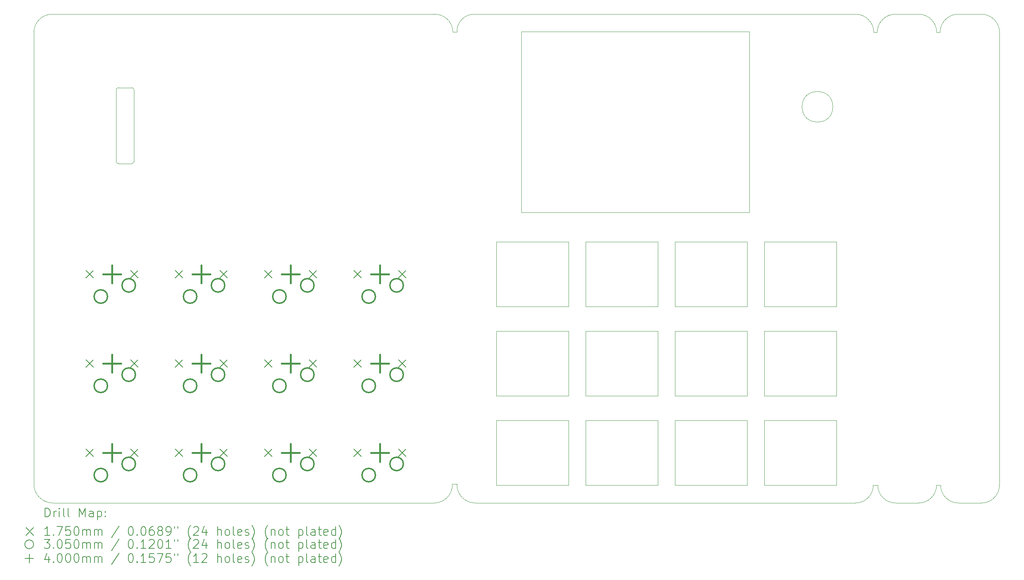
<source format=gbr>
%TF.GenerationSoftware,KiCad,Pcbnew,7.0.8*%
%TF.CreationDate,2023-12-04T11:10:42+01:00*%
%TF.ProjectId,scriptPad_PCB,73637269-7074-4506-9164-5f5043422e6b,rev?*%
%TF.SameCoordinates,Original*%
%TF.FileFunction,Drillmap*%
%TF.FilePolarity,Positive*%
%FSLAX45Y45*%
G04 Gerber Fmt 4.5, Leading zero omitted, Abs format (unit mm)*
G04 Created by KiCad (PCBNEW 7.0.8) date 2023-12-04 11:10:42*
%MOMM*%
%LPD*%
G01*
G04 APERTURE LIST*
%ADD10C,0.100000*%
%ADD11C,0.200000*%
%ADD12C,0.175000*%
%ADD13C,0.305000*%
%ADD14C,0.400000*%
G04 APERTURE END LIST*
D10*
X11544300Y-3987800D02*
X2870965Y-3988643D01*
X21539200Y-14706600D02*
X21640800Y-14706600D01*
X22979032Y-14706600D02*
X23071168Y-14706600D01*
X24413120Y-4406900D02*
X24409400Y-14706600D01*
X22982751Y-4406900D02*
X23058468Y-4406900D01*
X22047200Y-3987800D02*
X22563651Y-3987800D01*
X12458700Y-3987800D02*
X21132800Y-3987800D01*
X12484100Y-15113000D02*
X21132800Y-15113000D01*
X23071168Y-14706600D02*
G75*
G03*
X23477568Y-15113000I406400J0D01*
G01*
X24413120Y-4406900D02*
G75*
G03*
X23994020Y-3987800I-419100J0D01*
G01*
X24003000Y-15113000D02*
G75*
G03*
X24409400Y-14706600I0J406400D01*
G01*
X23477568Y-15113000D02*
X24003000Y-15113000D01*
X23477568Y-3987800D02*
G75*
G03*
X23058468Y-4406900I0J-419100D01*
G01*
X23477568Y-3987800D02*
X23994020Y-3987800D01*
X22047200Y-15113000D02*
X22572632Y-15113000D01*
X22982751Y-4406900D02*
G75*
G03*
X22563651Y-3987800I-419100J0D01*
G01*
X22572632Y-15113000D02*
G75*
G03*
X22979032Y-14706600I0J406400D01*
G01*
X21640800Y-14706600D02*
G75*
G03*
X22047200Y-15113000I406400J0D01*
G01*
X21551900Y-4406900D02*
X21628100Y-4406900D01*
X12065000Y-14681200D02*
X12065000Y-14693900D01*
X11963400Y-14681200D02*
X12065000Y-14681200D01*
X2870200Y-15113000D02*
X11557000Y-15113793D01*
X2438400Y-4394200D02*
X2438642Y-14677589D01*
X12065000Y-4394200D02*
X12065049Y-4380709D01*
X11976074Y-4393382D02*
X12065000Y-4394200D01*
X22047200Y-3987800D02*
G75*
G03*
X21628100Y-4406900I0J-419100D01*
G01*
X21551900Y-4406900D02*
G75*
G03*
X21132800Y-3987800I-419100J0D01*
G01*
X21132800Y-15113000D02*
G75*
G03*
X21539200Y-14706600I0J406400D01*
G01*
X12065000Y-14693900D02*
G75*
G03*
X12484100Y-15113000I419100J0D01*
G01*
X12458700Y-3987800D02*
G75*
G03*
X12065049Y-4380709I-371J-393280D01*
G01*
X11557000Y-15113793D02*
G75*
G03*
X11963400Y-14681200I-13096J419496D01*
G01*
X11976074Y-4393382D02*
G75*
G03*
X11544300Y-3987800I-418678J-13096D01*
G01*
X2870965Y-3988643D02*
G75*
G03*
X2438400Y-4394200I-13504J-419061D01*
G01*
X2438642Y-14677589D02*
G75*
G03*
X2870200Y-15113000I433485J-1927D01*
G01*
X19062700Y-11201400D02*
X20701000Y-11201400D01*
X20701000Y-12674600D01*
X19062700Y-12674600D01*
X19062700Y-11201400D01*
X4310881Y-7337079D02*
G75*
G03*
X4361679Y-7387879I50799J-1D01*
G01*
X19062700Y-9169400D02*
X20701000Y-9169400D01*
X20701000Y-10642600D01*
X19062700Y-10642600D01*
X19062700Y-9169400D01*
X17030700Y-11201400D02*
X18669000Y-11201400D01*
X18669000Y-12674600D01*
X17030700Y-12674600D01*
X17030700Y-11201400D01*
X14998700Y-13233400D02*
X16637000Y-13233400D01*
X16637000Y-14706600D01*
X14998700Y-14706600D01*
X14998700Y-13233400D01*
X4666479Y-7387879D02*
G75*
G03*
X4717279Y-7337079I1J50799D01*
G01*
X14998700Y-11201400D02*
X16637000Y-11201400D01*
X16637000Y-12674600D01*
X14998700Y-12674600D01*
X14998700Y-11201400D01*
X14998700Y-9169400D02*
X16637000Y-9169400D01*
X16637000Y-10642600D01*
X14998700Y-10642600D01*
X14998700Y-9169400D01*
X4361679Y-5660679D02*
G75*
G03*
X4310879Y-5711479I1J-50801D01*
G01*
X17030700Y-13233400D02*
X18669000Y-13233400D01*
X18669000Y-14706600D01*
X17030700Y-14706600D01*
X17030700Y-13233400D01*
X4361679Y-7387879D02*
X4666479Y-7387879D01*
X12966700Y-9169400D02*
X14605000Y-9169400D01*
X14605000Y-10642600D01*
X12966700Y-10642600D01*
X12966700Y-9169400D01*
X19062700Y-13233400D02*
X20701000Y-13233400D01*
X20701000Y-14706600D01*
X19062700Y-14706600D01*
X19062700Y-13233400D01*
X4717281Y-5711479D02*
G75*
G03*
X4666479Y-5660679I-50801J-1D01*
G01*
X12966700Y-11201400D02*
X14605000Y-11201400D01*
X14605000Y-12674600D01*
X12966700Y-12674600D01*
X12966700Y-11201400D01*
X13530200Y-4386580D02*
X18719800Y-4386580D01*
X18719800Y-8501380D01*
X13530200Y-8501380D01*
X13530200Y-4386580D01*
X17030700Y-9169400D02*
X18669000Y-9169400D01*
X18669000Y-10642600D01*
X17030700Y-10642600D01*
X17030700Y-9169400D01*
X4666479Y-5660679D02*
X4361679Y-5660679D01*
X12966700Y-13233400D02*
X14605000Y-13233400D01*
X14605000Y-14706600D01*
X12966700Y-14706600D01*
X12966700Y-13233400D01*
X4310879Y-5711479D02*
X4310879Y-7337079D01*
X4717279Y-7337079D02*
X4717279Y-5711479D01*
X20619536Y-6096000D02*
G75*
G03*
X20619536Y-6096000I-350336J0D01*
G01*
D11*
D12*
X3620900Y-9818500D02*
X3795900Y-9993500D01*
X3795900Y-9818500D02*
X3620900Y-9993500D01*
X3620900Y-11850500D02*
X3795900Y-12025500D01*
X3795900Y-11850500D02*
X3620900Y-12025500D01*
X3620900Y-13882500D02*
X3795900Y-14057500D01*
X3795900Y-13882500D02*
X3620900Y-14057500D01*
X4636900Y-9818500D02*
X4811900Y-9993500D01*
X4811900Y-9818500D02*
X4636900Y-9993500D01*
X4636900Y-11850500D02*
X4811900Y-12025500D01*
X4811900Y-11850500D02*
X4636900Y-12025500D01*
X4636900Y-13882500D02*
X4811900Y-14057500D01*
X4811900Y-13882500D02*
X4636900Y-14057500D01*
X5652900Y-9818500D02*
X5827900Y-9993500D01*
X5827900Y-9818500D02*
X5652900Y-9993500D01*
X5652900Y-11850500D02*
X5827900Y-12025500D01*
X5827900Y-11850500D02*
X5652900Y-12025500D01*
X5652900Y-13882500D02*
X5827900Y-14057500D01*
X5827900Y-13882500D02*
X5652900Y-14057500D01*
X6668900Y-9818500D02*
X6843900Y-9993500D01*
X6843900Y-9818500D02*
X6668900Y-9993500D01*
X6668900Y-11850500D02*
X6843900Y-12025500D01*
X6843900Y-11850500D02*
X6668900Y-12025500D01*
X6668900Y-13882500D02*
X6843900Y-14057500D01*
X6843900Y-13882500D02*
X6668900Y-14057500D01*
X7684900Y-9818500D02*
X7859900Y-9993500D01*
X7859900Y-9818500D02*
X7684900Y-9993500D01*
X7684900Y-11850500D02*
X7859900Y-12025500D01*
X7859900Y-11850500D02*
X7684900Y-12025500D01*
X7684900Y-13882500D02*
X7859900Y-14057500D01*
X7859900Y-13882500D02*
X7684900Y-14057500D01*
X8700900Y-9818500D02*
X8875900Y-9993500D01*
X8875900Y-9818500D02*
X8700900Y-9993500D01*
X8700900Y-11850500D02*
X8875900Y-12025500D01*
X8875900Y-11850500D02*
X8700900Y-12025500D01*
X8700900Y-13882500D02*
X8875900Y-14057500D01*
X8875900Y-13882500D02*
X8700900Y-14057500D01*
X9716900Y-9818500D02*
X9891900Y-9993500D01*
X9891900Y-9818500D02*
X9716900Y-9993500D01*
X9716900Y-11850500D02*
X9891900Y-12025500D01*
X9891900Y-11850500D02*
X9716900Y-12025500D01*
X9716900Y-13882500D02*
X9891900Y-14057500D01*
X9891900Y-13882500D02*
X9716900Y-14057500D01*
X10732900Y-9818500D02*
X10907900Y-9993500D01*
X10907900Y-9818500D02*
X10732900Y-9993500D01*
X10732900Y-11850500D02*
X10907900Y-12025500D01*
X10907900Y-11850500D02*
X10732900Y-12025500D01*
X10732900Y-13882500D02*
X10907900Y-14057500D01*
X10907900Y-13882500D02*
X10732900Y-14057500D01*
D13*
X4114900Y-10414000D02*
G75*
G03*
X4114900Y-10414000I-152500J0D01*
G01*
X4114900Y-12446000D02*
G75*
G03*
X4114900Y-12446000I-152500J0D01*
G01*
X4114900Y-14478000D02*
G75*
G03*
X4114900Y-14478000I-152500J0D01*
G01*
X4749900Y-10160000D02*
G75*
G03*
X4749900Y-10160000I-152500J0D01*
G01*
X4749900Y-12192000D02*
G75*
G03*
X4749900Y-12192000I-152500J0D01*
G01*
X4749900Y-14224000D02*
G75*
G03*
X4749900Y-14224000I-152500J0D01*
G01*
X6146900Y-10414000D02*
G75*
G03*
X6146900Y-10414000I-152500J0D01*
G01*
X6146900Y-12446000D02*
G75*
G03*
X6146900Y-12446000I-152500J0D01*
G01*
X6146900Y-14478000D02*
G75*
G03*
X6146900Y-14478000I-152500J0D01*
G01*
X6781900Y-10160000D02*
G75*
G03*
X6781900Y-10160000I-152500J0D01*
G01*
X6781900Y-12192000D02*
G75*
G03*
X6781900Y-12192000I-152500J0D01*
G01*
X6781900Y-14224000D02*
G75*
G03*
X6781900Y-14224000I-152500J0D01*
G01*
X8178900Y-10414000D02*
G75*
G03*
X8178900Y-10414000I-152500J0D01*
G01*
X8178900Y-12446000D02*
G75*
G03*
X8178900Y-12446000I-152500J0D01*
G01*
X8178900Y-14478000D02*
G75*
G03*
X8178900Y-14478000I-152500J0D01*
G01*
X8813900Y-10160000D02*
G75*
G03*
X8813900Y-10160000I-152500J0D01*
G01*
X8813900Y-12192000D02*
G75*
G03*
X8813900Y-12192000I-152500J0D01*
G01*
X8813900Y-14224000D02*
G75*
G03*
X8813900Y-14224000I-152500J0D01*
G01*
X10210900Y-10414000D02*
G75*
G03*
X10210900Y-10414000I-152500J0D01*
G01*
X10210900Y-12446000D02*
G75*
G03*
X10210900Y-12446000I-152500J0D01*
G01*
X10210900Y-14478000D02*
G75*
G03*
X10210900Y-14478000I-152500J0D01*
G01*
X10845900Y-10160000D02*
G75*
G03*
X10845900Y-10160000I-152500J0D01*
G01*
X10845900Y-12192000D02*
G75*
G03*
X10845900Y-12192000I-152500J0D01*
G01*
X10845900Y-14224000D02*
G75*
G03*
X10845900Y-14224000I-152500J0D01*
G01*
D14*
X4216400Y-9706000D02*
X4216400Y-10106000D01*
X4016400Y-9906000D02*
X4416400Y-9906000D01*
X4216400Y-11738000D02*
X4216400Y-12138000D01*
X4016400Y-11938000D02*
X4416400Y-11938000D01*
X4216400Y-13770000D02*
X4216400Y-14170000D01*
X4016400Y-13970000D02*
X4416400Y-13970000D01*
X6248400Y-9706000D02*
X6248400Y-10106000D01*
X6048400Y-9906000D02*
X6448400Y-9906000D01*
X6248400Y-11738000D02*
X6248400Y-12138000D01*
X6048400Y-11938000D02*
X6448400Y-11938000D01*
X6248400Y-13770000D02*
X6248400Y-14170000D01*
X6048400Y-13970000D02*
X6448400Y-13970000D01*
X8280400Y-9706000D02*
X8280400Y-10106000D01*
X8080400Y-9906000D02*
X8480400Y-9906000D01*
X8280400Y-11738000D02*
X8280400Y-12138000D01*
X8080400Y-11938000D02*
X8480400Y-11938000D01*
X8280400Y-13770000D02*
X8280400Y-14170000D01*
X8080400Y-13970000D02*
X8480400Y-13970000D01*
X10312400Y-9706000D02*
X10312400Y-10106000D01*
X10112400Y-9906000D02*
X10512400Y-9906000D01*
X10312400Y-11738000D02*
X10312400Y-12138000D01*
X10112400Y-11938000D02*
X10512400Y-11938000D01*
X10312400Y-13770000D02*
X10312400Y-14170000D01*
X10112400Y-13970000D02*
X10512400Y-13970000D01*
D11*
X2694177Y-15430277D02*
X2694177Y-15230277D01*
X2694177Y-15230277D02*
X2741796Y-15230277D01*
X2741796Y-15230277D02*
X2770367Y-15239800D01*
X2770367Y-15239800D02*
X2789415Y-15258848D01*
X2789415Y-15258848D02*
X2798939Y-15277896D01*
X2798939Y-15277896D02*
X2808462Y-15315991D01*
X2808462Y-15315991D02*
X2808462Y-15344562D01*
X2808462Y-15344562D02*
X2798939Y-15382658D01*
X2798939Y-15382658D02*
X2789415Y-15401705D01*
X2789415Y-15401705D02*
X2770367Y-15420753D01*
X2770367Y-15420753D02*
X2741796Y-15430277D01*
X2741796Y-15430277D02*
X2694177Y-15430277D01*
X2894177Y-15430277D02*
X2894177Y-15296943D01*
X2894177Y-15335039D02*
X2903701Y-15315991D01*
X2903701Y-15315991D02*
X2913224Y-15306467D01*
X2913224Y-15306467D02*
X2932272Y-15296943D01*
X2932272Y-15296943D02*
X2951320Y-15296943D01*
X3017986Y-15430277D02*
X3017986Y-15296943D01*
X3017986Y-15230277D02*
X3008462Y-15239800D01*
X3008462Y-15239800D02*
X3017986Y-15249324D01*
X3017986Y-15249324D02*
X3027510Y-15239800D01*
X3027510Y-15239800D02*
X3017986Y-15230277D01*
X3017986Y-15230277D02*
X3017986Y-15249324D01*
X3141796Y-15430277D02*
X3122748Y-15420753D01*
X3122748Y-15420753D02*
X3113224Y-15401705D01*
X3113224Y-15401705D02*
X3113224Y-15230277D01*
X3246558Y-15430277D02*
X3227510Y-15420753D01*
X3227510Y-15420753D02*
X3217986Y-15401705D01*
X3217986Y-15401705D02*
X3217986Y-15230277D01*
X3475129Y-15430277D02*
X3475129Y-15230277D01*
X3475129Y-15230277D02*
X3541796Y-15373134D01*
X3541796Y-15373134D02*
X3608462Y-15230277D01*
X3608462Y-15230277D02*
X3608462Y-15430277D01*
X3789415Y-15430277D02*
X3789415Y-15325515D01*
X3789415Y-15325515D02*
X3779891Y-15306467D01*
X3779891Y-15306467D02*
X3760843Y-15296943D01*
X3760843Y-15296943D02*
X3722748Y-15296943D01*
X3722748Y-15296943D02*
X3703701Y-15306467D01*
X3789415Y-15420753D02*
X3770367Y-15430277D01*
X3770367Y-15430277D02*
X3722748Y-15430277D01*
X3722748Y-15430277D02*
X3703701Y-15420753D01*
X3703701Y-15420753D02*
X3694177Y-15401705D01*
X3694177Y-15401705D02*
X3694177Y-15382658D01*
X3694177Y-15382658D02*
X3703701Y-15363610D01*
X3703701Y-15363610D02*
X3722748Y-15354086D01*
X3722748Y-15354086D02*
X3770367Y-15354086D01*
X3770367Y-15354086D02*
X3789415Y-15344562D01*
X3884653Y-15296943D02*
X3884653Y-15496943D01*
X3884653Y-15306467D02*
X3903701Y-15296943D01*
X3903701Y-15296943D02*
X3941796Y-15296943D01*
X3941796Y-15296943D02*
X3960843Y-15306467D01*
X3960843Y-15306467D02*
X3970367Y-15315991D01*
X3970367Y-15315991D02*
X3979891Y-15335039D01*
X3979891Y-15335039D02*
X3979891Y-15392181D01*
X3979891Y-15392181D02*
X3970367Y-15411229D01*
X3970367Y-15411229D02*
X3960843Y-15420753D01*
X3960843Y-15420753D02*
X3941796Y-15430277D01*
X3941796Y-15430277D02*
X3903701Y-15430277D01*
X3903701Y-15430277D02*
X3884653Y-15420753D01*
X4065605Y-15411229D02*
X4075129Y-15420753D01*
X4075129Y-15420753D02*
X4065605Y-15430277D01*
X4065605Y-15430277D02*
X4056082Y-15420753D01*
X4056082Y-15420753D02*
X4065605Y-15411229D01*
X4065605Y-15411229D02*
X4065605Y-15430277D01*
X4065605Y-15306467D02*
X4075129Y-15315991D01*
X4075129Y-15315991D02*
X4065605Y-15325515D01*
X4065605Y-15325515D02*
X4056082Y-15315991D01*
X4056082Y-15315991D02*
X4065605Y-15306467D01*
X4065605Y-15306467D02*
X4065605Y-15325515D01*
D12*
X2258400Y-15671293D02*
X2433400Y-15846293D01*
X2433400Y-15671293D02*
X2258400Y-15846293D01*
D11*
X2798939Y-15850277D02*
X2684653Y-15850277D01*
X2741796Y-15850277D02*
X2741796Y-15650277D01*
X2741796Y-15650277D02*
X2722748Y-15678848D01*
X2722748Y-15678848D02*
X2703701Y-15697896D01*
X2703701Y-15697896D02*
X2684653Y-15707419D01*
X2884653Y-15831229D02*
X2894177Y-15840753D01*
X2894177Y-15840753D02*
X2884653Y-15850277D01*
X2884653Y-15850277D02*
X2875129Y-15840753D01*
X2875129Y-15840753D02*
X2884653Y-15831229D01*
X2884653Y-15831229D02*
X2884653Y-15850277D01*
X2960843Y-15650277D02*
X3094177Y-15650277D01*
X3094177Y-15650277D02*
X3008462Y-15850277D01*
X3265605Y-15650277D02*
X3170367Y-15650277D01*
X3170367Y-15650277D02*
X3160843Y-15745515D01*
X3160843Y-15745515D02*
X3170367Y-15735991D01*
X3170367Y-15735991D02*
X3189415Y-15726467D01*
X3189415Y-15726467D02*
X3237034Y-15726467D01*
X3237034Y-15726467D02*
X3256082Y-15735991D01*
X3256082Y-15735991D02*
X3265605Y-15745515D01*
X3265605Y-15745515D02*
X3275129Y-15764562D01*
X3275129Y-15764562D02*
X3275129Y-15812181D01*
X3275129Y-15812181D02*
X3265605Y-15831229D01*
X3265605Y-15831229D02*
X3256082Y-15840753D01*
X3256082Y-15840753D02*
X3237034Y-15850277D01*
X3237034Y-15850277D02*
X3189415Y-15850277D01*
X3189415Y-15850277D02*
X3170367Y-15840753D01*
X3170367Y-15840753D02*
X3160843Y-15831229D01*
X3398939Y-15650277D02*
X3417986Y-15650277D01*
X3417986Y-15650277D02*
X3437034Y-15659800D01*
X3437034Y-15659800D02*
X3446558Y-15669324D01*
X3446558Y-15669324D02*
X3456082Y-15688372D01*
X3456082Y-15688372D02*
X3465605Y-15726467D01*
X3465605Y-15726467D02*
X3465605Y-15774086D01*
X3465605Y-15774086D02*
X3456082Y-15812181D01*
X3456082Y-15812181D02*
X3446558Y-15831229D01*
X3446558Y-15831229D02*
X3437034Y-15840753D01*
X3437034Y-15840753D02*
X3417986Y-15850277D01*
X3417986Y-15850277D02*
X3398939Y-15850277D01*
X3398939Y-15850277D02*
X3379891Y-15840753D01*
X3379891Y-15840753D02*
X3370367Y-15831229D01*
X3370367Y-15831229D02*
X3360843Y-15812181D01*
X3360843Y-15812181D02*
X3351320Y-15774086D01*
X3351320Y-15774086D02*
X3351320Y-15726467D01*
X3351320Y-15726467D02*
X3360843Y-15688372D01*
X3360843Y-15688372D02*
X3370367Y-15669324D01*
X3370367Y-15669324D02*
X3379891Y-15659800D01*
X3379891Y-15659800D02*
X3398939Y-15650277D01*
X3551320Y-15850277D02*
X3551320Y-15716943D01*
X3551320Y-15735991D02*
X3560843Y-15726467D01*
X3560843Y-15726467D02*
X3579891Y-15716943D01*
X3579891Y-15716943D02*
X3608463Y-15716943D01*
X3608463Y-15716943D02*
X3627510Y-15726467D01*
X3627510Y-15726467D02*
X3637034Y-15745515D01*
X3637034Y-15745515D02*
X3637034Y-15850277D01*
X3637034Y-15745515D02*
X3646558Y-15726467D01*
X3646558Y-15726467D02*
X3665605Y-15716943D01*
X3665605Y-15716943D02*
X3694177Y-15716943D01*
X3694177Y-15716943D02*
X3713224Y-15726467D01*
X3713224Y-15726467D02*
X3722748Y-15745515D01*
X3722748Y-15745515D02*
X3722748Y-15850277D01*
X3817986Y-15850277D02*
X3817986Y-15716943D01*
X3817986Y-15735991D02*
X3827510Y-15726467D01*
X3827510Y-15726467D02*
X3846558Y-15716943D01*
X3846558Y-15716943D02*
X3875129Y-15716943D01*
X3875129Y-15716943D02*
X3894177Y-15726467D01*
X3894177Y-15726467D02*
X3903701Y-15745515D01*
X3903701Y-15745515D02*
X3903701Y-15850277D01*
X3903701Y-15745515D02*
X3913224Y-15726467D01*
X3913224Y-15726467D02*
X3932272Y-15716943D01*
X3932272Y-15716943D02*
X3960843Y-15716943D01*
X3960843Y-15716943D02*
X3979891Y-15726467D01*
X3979891Y-15726467D02*
X3989415Y-15745515D01*
X3989415Y-15745515D02*
X3989415Y-15850277D01*
X4379891Y-15640753D02*
X4208463Y-15897896D01*
X4637034Y-15650277D02*
X4656082Y-15650277D01*
X4656082Y-15650277D02*
X4675129Y-15659800D01*
X4675129Y-15659800D02*
X4684653Y-15669324D01*
X4684653Y-15669324D02*
X4694177Y-15688372D01*
X4694177Y-15688372D02*
X4703701Y-15726467D01*
X4703701Y-15726467D02*
X4703701Y-15774086D01*
X4703701Y-15774086D02*
X4694177Y-15812181D01*
X4694177Y-15812181D02*
X4684653Y-15831229D01*
X4684653Y-15831229D02*
X4675129Y-15840753D01*
X4675129Y-15840753D02*
X4656082Y-15850277D01*
X4656082Y-15850277D02*
X4637034Y-15850277D01*
X4637034Y-15850277D02*
X4617987Y-15840753D01*
X4617987Y-15840753D02*
X4608463Y-15831229D01*
X4608463Y-15831229D02*
X4598939Y-15812181D01*
X4598939Y-15812181D02*
X4589415Y-15774086D01*
X4589415Y-15774086D02*
X4589415Y-15726467D01*
X4589415Y-15726467D02*
X4598939Y-15688372D01*
X4598939Y-15688372D02*
X4608463Y-15669324D01*
X4608463Y-15669324D02*
X4617987Y-15659800D01*
X4617987Y-15659800D02*
X4637034Y-15650277D01*
X4789415Y-15831229D02*
X4798939Y-15840753D01*
X4798939Y-15840753D02*
X4789415Y-15850277D01*
X4789415Y-15850277D02*
X4779891Y-15840753D01*
X4779891Y-15840753D02*
X4789415Y-15831229D01*
X4789415Y-15831229D02*
X4789415Y-15850277D01*
X4922748Y-15650277D02*
X4941796Y-15650277D01*
X4941796Y-15650277D02*
X4960844Y-15659800D01*
X4960844Y-15659800D02*
X4970368Y-15669324D01*
X4970368Y-15669324D02*
X4979891Y-15688372D01*
X4979891Y-15688372D02*
X4989415Y-15726467D01*
X4989415Y-15726467D02*
X4989415Y-15774086D01*
X4989415Y-15774086D02*
X4979891Y-15812181D01*
X4979891Y-15812181D02*
X4970368Y-15831229D01*
X4970368Y-15831229D02*
X4960844Y-15840753D01*
X4960844Y-15840753D02*
X4941796Y-15850277D01*
X4941796Y-15850277D02*
X4922748Y-15850277D01*
X4922748Y-15850277D02*
X4903701Y-15840753D01*
X4903701Y-15840753D02*
X4894177Y-15831229D01*
X4894177Y-15831229D02*
X4884653Y-15812181D01*
X4884653Y-15812181D02*
X4875129Y-15774086D01*
X4875129Y-15774086D02*
X4875129Y-15726467D01*
X4875129Y-15726467D02*
X4884653Y-15688372D01*
X4884653Y-15688372D02*
X4894177Y-15669324D01*
X4894177Y-15669324D02*
X4903701Y-15659800D01*
X4903701Y-15659800D02*
X4922748Y-15650277D01*
X5160844Y-15650277D02*
X5122748Y-15650277D01*
X5122748Y-15650277D02*
X5103701Y-15659800D01*
X5103701Y-15659800D02*
X5094177Y-15669324D01*
X5094177Y-15669324D02*
X5075129Y-15697896D01*
X5075129Y-15697896D02*
X5065606Y-15735991D01*
X5065606Y-15735991D02*
X5065606Y-15812181D01*
X5065606Y-15812181D02*
X5075129Y-15831229D01*
X5075129Y-15831229D02*
X5084653Y-15840753D01*
X5084653Y-15840753D02*
X5103701Y-15850277D01*
X5103701Y-15850277D02*
X5141796Y-15850277D01*
X5141796Y-15850277D02*
X5160844Y-15840753D01*
X5160844Y-15840753D02*
X5170368Y-15831229D01*
X5170368Y-15831229D02*
X5179891Y-15812181D01*
X5179891Y-15812181D02*
X5179891Y-15764562D01*
X5179891Y-15764562D02*
X5170368Y-15745515D01*
X5170368Y-15745515D02*
X5160844Y-15735991D01*
X5160844Y-15735991D02*
X5141796Y-15726467D01*
X5141796Y-15726467D02*
X5103701Y-15726467D01*
X5103701Y-15726467D02*
X5084653Y-15735991D01*
X5084653Y-15735991D02*
X5075129Y-15745515D01*
X5075129Y-15745515D02*
X5065606Y-15764562D01*
X5294177Y-15735991D02*
X5275129Y-15726467D01*
X5275129Y-15726467D02*
X5265606Y-15716943D01*
X5265606Y-15716943D02*
X5256082Y-15697896D01*
X5256082Y-15697896D02*
X5256082Y-15688372D01*
X5256082Y-15688372D02*
X5265606Y-15669324D01*
X5265606Y-15669324D02*
X5275129Y-15659800D01*
X5275129Y-15659800D02*
X5294177Y-15650277D01*
X5294177Y-15650277D02*
X5332272Y-15650277D01*
X5332272Y-15650277D02*
X5351320Y-15659800D01*
X5351320Y-15659800D02*
X5360844Y-15669324D01*
X5360844Y-15669324D02*
X5370368Y-15688372D01*
X5370368Y-15688372D02*
X5370368Y-15697896D01*
X5370368Y-15697896D02*
X5360844Y-15716943D01*
X5360844Y-15716943D02*
X5351320Y-15726467D01*
X5351320Y-15726467D02*
X5332272Y-15735991D01*
X5332272Y-15735991D02*
X5294177Y-15735991D01*
X5294177Y-15735991D02*
X5275129Y-15745515D01*
X5275129Y-15745515D02*
X5265606Y-15755039D01*
X5265606Y-15755039D02*
X5256082Y-15774086D01*
X5256082Y-15774086D02*
X5256082Y-15812181D01*
X5256082Y-15812181D02*
X5265606Y-15831229D01*
X5265606Y-15831229D02*
X5275129Y-15840753D01*
X5275129Y-15840753D02*
X5294177Y-15850277D01*
X5294177Y-15850277D02*
X5332272Y-15850277D01*
X5332272Y-15850277D02*
X5351320Y-15840753D01*
X5351320Y-15840753D02*
X5360844Y-15831229D01*
X5360844Y-15831229D02*
X5370368Y-15812181D01*
X5370368Y-15812181D02*
X5370368Y-15774086D01*
X5370368Y-15774086D02*
X5360844Y-15755039D01*
X5360844Y-15755039D02*
X5351320Y-15745515D01*
X5351320Y-15745515D02*
X5332272Y-15735991D01*
X5465606Y-15850277D02*
X5503701Y-15850277D01*
X5503701Y-15850277D02*
X5522749Y-15840753D01*
X5522749Y-15840753D02*
X5532272Y-15831229D01*
X5532272Y-15831229D02*
X5551320Y-15802658D01*
X5551320Y-15802658D02*
X5560844Y-15764562D01*
X5560844Y-15764562D02*
X5560844Y-15688372D01*
X5560844Y-15688372D02*
X5551320Y-15669324D01*
X5551320Y-15669324D02*
X5541796Y-15659800D01*
X5541796Y-15659800D02*
X5522749Y-15650277D01*
X5522749Y-15650277D02*
X5484653Y-15650277D01*
X5484653Y-15650277D02*
X5465606Y-15659800D01*
X5465606Y-15659800D02*
X5456082Y-15669324D01*
X5456082Y-15669324D02*
X5446558Y-15688372D01*
X5446558Y-15688372D02*
X5446558Y-15735991D01*
X5446558Y-15735991D02*
X5456082Y-15755039D01*
X5456082Y-15755039D02*
X5465606Y-15764562D01*
X5465606Y-15764562D02*
X5484653Y-15774086D01*
X5484653Y-15774086D02*
X5522749Y-15774086D01*
X5522749Y-15774086D02*
X5541796Y-15764562D01*
X5541796Y-15764562D02*
X5551320Y-15755039D01*
X5551320Y-15755039D02*
X5560844Y-15735991D01*
X5637034Y-15650277D02*
X5637034Y-15688372D01*
X5713225Y-15650277D02*
X5713225Y-15688372D01*
X6008463Y-15926467D02*
X5998939Y-15916943D01*
X5998939Y-15916943D02*
X5979891Y-15888372D01*
X5979891Y-15888372D02*
X5970368Y-15869324D01*
X5970368Y-15869324D02*
X5960844Y-15840753D01*
X5960844Y-15840753D02*
X5951320Y-15793134D01*
X5951320Y-15793134D02*
X5951320Y-15755039D01*
X5951320Y-15755039D02*
X5960844Y-15707419D01*
X5960844Y-15707419D02*
X5970368Y-15678848D01*
X5970368Y-15678848D02*
X5979891Y-15659800D01*
X5979891Y-15659800D02*
X5998939Y-15631229D01*
X5998939Y-15631229D02*
X6008463Y-15621705D01*
X6075129Y-15669324D02*
X6084653Y-15659800D01*
X6084653Y-15659800D02*
X6103701Y-15650277D01*
X6103701Y-15650277D02*
X6151320Y-15650277D01*
X6151320Y-15650277D02*
X6170368Y-15659800D01*
X6170368Y-15659800D02*
X6179891Y-15669324D01*
X6179891Y-15669324D02*
X6189415Y-15688372D01*
X6189415Y-15688372D02*
X6189415Y-15707419D01*
X6189415Y-15707419D02*
X6179891Y-15735991D01*
X6179891Y-15735991D02*
X6065606Y-15850277D01*
X6065606Y-15850277D02*
X6189415Y-15850277D01*
X6360844Y-15716943D02*
X6360844Y-15850277D01*
X6313225Y-15640753D02*
X6265606Y-15783610D01*
X6265606Y-15783610D02*
X6389415Y-15783610D01*
X6617987Y-15850277D02*
X6617987Y-15650277D01*
X6703701Y-15850277D02*
X6703701Y-15745515D01*
X6703701Y-15745515D02*
X6694177Y-15726467D01*
X6694177Y-15726467D02*
X6675130Y-15716943D01*
X6675130Y-15716943D02*
X6646558Y-15716943D01*
X6646558Y-15716943D02*
X6627510Y-15726467D01*
X6627510Y-15726467D02*
X6617987Y-15735991D01*
X6827510Y-15850277D02*
X6808463Y-15840753D01*
X6808463Y-15840753D02*
X6798939Y-15831229D01*
X6798939Y-15831229D02*
X6789415Y-15812181D01*
X6789415Y-15812181D02*
X6789415Y-15755039D01*
X6789415Y-15755039D02*
X6798939Y-15735991D01*
X6798939Y-15735991D02*
X6808463Y-15726467D01*
X6808463Y-15726467D02*
X6827510Y-15716943D01*
X6827510Y-15716943D02*
X6856082Y-15716943D01*
X6856082Y-15716943D02*
X6875130Y-15726467D01*
X6875130Y-15726467D02*
X6884653Y-15735991D01*
X6884653Y-15735991D02*
X6894177Y-15755039D01*
X6894177Y-15755039D02*
X6894177Y-15812181D01*
X6894177Y-15812181D02*
X6884653Y-15831229D01*
X6884653Y-15831229D02*
X6875130Y-15840753D01*
X6875130Y-15840753D02*
X6856082Y-15850277D01*
X6856082Y-15850277D02*
X6827510Y-15850277D01*
X7008463Y-15850277D02*
X6989415Y-15840753D01*
X6989415Y-15840753D02*
X6979891Y-15821705D01*
X6979891Y-15821705D02*
X6979891Y-15650277D01*
X7160844Y-15840753D02*
X7141796Y-15850277D01*
X7141796Y-15850277D02*
X7103701Y-15850277D01*
X7103701Y-15850277D02*
X7084653Y-15840753D01*
X7084653Y-15840753D02*
X7075130Y-15821705D01*
X7075130Y-15821705D02*
X7075130Y-15745515D01*
X7075130Y-15745515D02*
X7084653Y-15726467D01*
X7084653Y-15726467D02*
X7103701Y-15716943D01*
X7103701Y-15716943D02*
X7141796Y-15716943D01*
X7141796Y-15716943D02*
X7160844Y-15726467D01*
X7160844Y-15726467D02*
X7170368Y-15745515D01*
X7170368Y-15745515D02*
X7170368Y-15764562D01*
X7170368Y-15764562D02*
X7075130Y-15783610D01*
X7246558Y-15840753D02*
X7265606Y-15850277D01*
X7265606Y-15850277D02*
X7303701Y-15850277D01*
X7303701Y-15850277D02*
X7322749Y-15840753D01*
X7322749Y-15840753D02*
X7332272Y-15821705D01*
X7332272Y-15821705D02*
X7332272Y-15812181D01*
X7332272Y-15812181D02*
X7322749Y-15793134D01*
X7322749Y-15793134D02*
X7303701Y-15783610D01*
X7303701Y-15783610D02*
X7275130Y-15783610D01*
X7275130Y-15783610D02*
X7256082Y-15774086D01*
X7256082Y-15774086D02*
X7246558Y-15755039D01*
X7246558Y-15755039D02*
X7246558Y-15745515D01*
X7246558Y-15745515D02*
X7256082Y-15726467D01*
X7256082Y-15726467D02*
X7275130Y-15716943D01*
X7275130Y-15716943D02*
X7303701Y-15716943D01*
X7303701Y-15716943D02*
X7322749Y-15726467D01*
X7398939Y-15926467D02*
X7408463Y-15916943D01*
X7408463Y-15916943D02*
X7427511Y-15888372D01*
X7427511Y-15888372D02*
X7437034Y-15869324D01*
X7437034Y-15869324D02*
X7446558Y-15840753D01*
X7446558Y-15840753D02*
X7456082Y-15793134D01*
X7456082Y-15793134D02*
X7456082Y-15755039D01*
X7456082Y-15755039D02*
X7446558Y-15707419D01*
X7446558Y-15707419D02*
X7437034Y-15678848D01*
X7437034Y-15678848D02*
X7427511Y-15659800D01*
X7427511Y-15659800D02*
X7408463Y-15631229D01*
X7408463Y-15631229D02*
X7398939Y-15621705D01*
X7760844Y-15926467D02*
X7751320Y-15916943D01*
X7751320Y-15916943D02*
X7732272Y-15888372D01*
X7732272Y-15888372D02*
X7722749Y-15869324D01*
X7722749Y-15869324D02*
X7713225Y-15840753D01*
X7713225Y-15840753D02*
X7703701Y-15793134D01*
X7703701Y-15793134D02*
X7703701Y-15755039D01*
X7703701Y-15755039D02*
X7713225Y-15707419D01*
X7713225Y-15707419D02*
X7722749Y-15678848D01*
X7722749Y-15678848D02*
X7732272Y-15659800D01*
X7732272Y-15659800D02*
X7751320Y-15631229D01*
X7751320Y-15631229D02*
X7760844Y-15621705D01*
X7837034Y-15716943D02*
X7837034Y-15850277D01*
X7837034Y-15735991D02*
X7846558Y-15726467D01*
X7846558Y-15726467D02*
X7865606Y-15716943D01*
X7865606Y-15716943D02*
X7894177Y-15716943D01*
X7894177Y-15716943D02*
X7913225Y-15726467D01*
X7913225Y-15726467D02*
X7922749Y-15745515D01*
X7922749Y-15745515D02*
X7922749Y-15850277D01*
X8046558Y-15850277D02*
X8027511Y-15840753D01*
X8027511Y-15840753D02*
X8017987Y-15831229D01*
X8017987Y-15831229D02*
X8008463Y-15812181D01*
X8008463Y-15812181D02*
X8008463Y-15755039D01*
X8008463Y-15755039D02*
X8017987Y-15735991D01*
X8017987Y-15735991D02*
X8027511Y-15726467D01*
X8027511Y-15726467D02*
X8046558Y-15716943D01*
X8046558Y-15716943D02*
X8075130Y-15716943D01*
X8075130Y-15716943D02*
X8094177Y-15726467D01*
X8094177Y-15726467D02*
X8103701Y-15735991D01*
X8103701Y-15735991D02*
X8113225Y-15755039D01*
X8113225Y-15755039D02*
X8113225Y-15812181D01*
X8113225Y-15812181D02*
X8103701Y-15831229D01*
X8103701Y-15831229D02*
X8094177Y-15840753D01*
X8094177Y-15840753D02*
X8075130Y-15850277D01*
X8075130Y-15850277D02*
X8046558Y-15850277D01*
X8170368Y-15716943D02*
X8246558Y-15716943D01*
X8198939Y-15650277D02*
X8198939Y-15821705D01*
X8198939Y-15821705D02*
X8208463Y-15840753D01*
X8208463Y-15840753D02*
X8227511Y-15850277D01*
X8227511Y-15850277D02*
X8246558Y-15850277D01*
X8465606Y-15716943D02*
X8465606Y-15916943D01*
X8465606Y-15726467D02*
X8484654Y-15716943D01*
X8484654Y-15716943D02*
X8522749Y-15716943D01*
X8522749Y-15716943D02*
X8541796Y-15726467D01*
X8541796Y-15726467D02*
X8551320Y-15735991D01*
X8551320Y-15735991D02*
X8560844Y-15755039D01*
X8560844Y-15755039D02*
X8560844Y-15812181D01*
X8560844Y-15812181D02*
X8551320Y-15831229D01*
X8551320Y-15831229D02*
X8541796Y-15840753D01*
X8541796Y-15840753D02*
X8522749Y-15850277D01*
X8522749Y-15850277D02*
X8484654Y-15850277D01*
X8484654Y-15850277D02*
X8465606Y-15840753D01*
X8675130Y-15850277D02*
X8656082Y-15840753D01*
X8656082Y-15840753D02*
X8646558Y-15821705D01*
X8646558Y-15821705D02*
X8646558Y-15650277D01*
X8837035Y-15850277D02*
X8837035Y-15745515D01*
X8837035Y-15745515D02*
X8827511Y-15726467D01*
X8827511Y-15726467D02*
X8808463Y-15716943D01*
X8808463Y-15716943D02*
X8770368Y-15716943D01*
X8770368Y-15716943D02*
X8751320Y-15726467D01*
X8837035Y-15840753D02*
X8817987Y-15850277D01*
X8817987Y-15850277D02*
X8770368Y-15850277D01*
X8770368Y-15850277D02*
X8751320Y-15840753D01*
X8751320Y-15840753D02*
X8741796Y-15821705D01*
X8741796Y-15821705D02*
X8741796Y-15802658D01*
X8741796Y-15802658D02*
X8751320Y-15783610D01*
X8751320Y-15783610D02*
X8770368Y-15774086D01*
X8770368Y-15774086D02*
X8817987Y-15774086D01*
X8817987Y-15774086D02*
X8837035Y-15764562D01*
X8903701Y-15716943D02*
X8979892Y-15716943D01*
X8932273Y-15650277D02*
X8932273Y-15821705D01*
X8932273Y-15821705D02*
X8941796Y-15840753D01*
X8941796Y-15840753D02*
X8960844Y-15850277D01*
X8960844Y-15850277D02*
X8979892Y-15850277D01*
X9122749Y-15840753D02*
X9103701Y-15850277D01*
X9103701Y-15850277D02*
X9065606Y-15850277D01*
X9065606Y-15850277D02*
X9046558Y-15840753D01*
X9046558Y-15840753D02*
X9037035Y-15821705D01*
X9037035Y-15821705D02*
X9037035Y-15745515D01*
X9037035Y-15745515D02*
X9046558Y-15726467D01*
X9046558Y-15726467D02*
X9065606Y-15716943D01*
X9065606Y-15716943D02*
X9103701Y-15716943D01*
X9103701Y-15716943D02*
X9122749Y-15726467D01*
X9122749Y-15726467D02*
X9132273Y-15745515D01*
X9132273Y-15745515D02*
X9132273Y-15764562D01*
X9132273Y-15764562D02*
X9037035Y-15783610D01*
X9303701Y-15850277D02*
X9303701Y-15650277D01*
X9303701Y-15840753D02*
X9284654Y-15850277D01*
X9284654Y-15850277D02*
X9246558Y-15850277D01*
X9246558Y-15850277D02*
X9227511Y-15840753D01*
X9227511Y-15840753D02*
X9217987Y-15831229D01*
X9217987Y-15831229D02*
X9208463Y-15812181D01*
X9208463Y-15812181D02*
X9208463Y-15755039D01*
X9208463Y-15755039D02*
X9217987Y-15735991D01*
X9217987Y-15735991D02*
X9227511Y-15726467D01*
X9227511Y-15726467D02*
X9246558Y-15716943D01*
X9246558Y-15716943D02*
X9284654Y-15716943D01*
X9284654Y-15716943D02*
X9303701Y-15726467D01*
X9379892Y-15926467D02*
X9389416Y-15916943D01*
X9389416Y-15916943D02*
X9408463Y-15888372D01*
X9408463Y-15888372D02*
X9417987Y-15869324D01*
X9417987Y-15869324D02*
X9427511Y-15840753D01*
X9427511Y-15840753D02*
X9437035Y-15793134D01*
X9437035Y-15793134D02*
X9437035Y-15755039D01*
X9437035Y-15755039D02*
X9427511Y-15707419D01*
X9427511Y-15707419D02*
X9417987Y-15678848D01*
X9417987Y-15678848D02*
X9408463Y-15659800D01*
X9408463Y-15659800D02*
X9389416Y-15631229D01*
X9389416Y-15631229D02*
X9379892Y-15621705D01*
X2433400Y-16053793D02*
G75*
G03*
X2433400Y-16053793I-100000J0D01*
G01*
X2675129Y-15945277D02*
X2798939Y-15945277D01*
X2798939Y-15945277D02*
X2732272Y-16021467D01*
X2732272Y-16021467D02*
X2760844Y-16021467D01*
X2760844Y-16021467D02*
X2779891Y-16030991D01*
X2779891Y-16030991D02*
X2789415Y-16040515D01*
X2789415Y-16040515D02*
X2798939Y-16059562D01*
X2798939Y-16059562D02*
X2798939Y-16107181D01*
X2798939Y-16107181D02*
X2789415Y-16126229D01*
X2789415Y-16126229D02*
X2779891Y-16135753D01*
X2779891Y-16135753D02*
X2760844Y-16145277D01*
X2760844Y-16145277D02*
X2703701Y-16145277D01*
X2703701Y-16145277D02*
X2684653Y-16135753D01*
X2684653Y-16135753D02*
X2675129Y-16126229D01*
X2884653Y-16126229D02*
X2894177Y-16135753D01*
X2894177Y-16135753D02*
X2884653Y-16145277D01*
X2884653Y-16145277D02*
X2875129Y-16135753D01*
X2875129Y-16135753D02*
X2884653Y-16126229D01*
X2884653Y-16126229D02*
X2884653Y-16145277D01*
X3017986Y-15945277D02*
X3037034Y-15945277D01*
X3037034Y-15945277D02*
X3056082Y-15954800D01*
X3056082Y-15954800D02*
X3065605Y-15964324D01*
X3065605Y-15964324D02*
X3075129Y-15983372D01*
X3075129Y-15983372D02*
X3084653Y-16021467D01*
X3084653Y-16021467D02*
X3084653Y-16069086D01*
X3084653Y-16069086D02*
X3075129Y-16107181D01*
X3075129Y-16107181D02*
X3065605Y-16126229D01*
X3065605Y-16126229D02*
X3056082Y-16135753D01*
X3056082Y-16135753D02*
X3037034Y-16145277D01*
X3037034Y-16145277D02*
X3017986Y-16145277D01*
X3017986Y-16145277D02*
X2998939Y-16135753D01*
X2998939Y-16135753D02*
X2989415Y-16126229D01*
X2989415Y-16126229D02*
X2979891Y-16107181D01*
X2979891Y-16107181D02*
X2970367Y-16069086D01*
X2970367Y-16069086D02*
X2970367Y-16021467D01*
X2970367Y-16021467D02*
X2979891Y-15983372D01*
X2979891Y-15983372D02*
X2989415Y-15964324D01*
X2989415Y-15964324D02*
X2998939Y-15954800D01*
X2998939Y-15954800D02*
X3017986Y-15945277D01*
X3265605Y-15945277D02*
X3170367Y-15945277D01*
X3170367Y-15945277D02*
X3160843Y-16040515D01*
X3160843Y-16040515D02*
X3170367Y-16030991D01*
X3170367Y-16030991D02*
X3189415Y-16021467D01*
X3189415Y-16021467D02*
X3237034Y-16021467D01*
X3237034Y-16021467D02*
X3256082Y-16030991D01*
X3256082Y-16030991D02*
X3265605Y-16040515D01*
X3265605Y-16040515D02*
X3275129Y-16059562D01*
X3275129Y-16059562D02*
X3275129Y-16107181D01*
X3275129Y-16107181D02*
X3265605Y-16126229D01*
X3265605Y-16126229D02*
X3256082Y-16135753D01*
X3256082Y-16135753D02*
X3237034Y-16145277D01*
X3237034Y-16145277D02*
X3189415Y-16145277D01*
X3189415Y-16145277D02*
X3170367Y-16135753D01*
X3170367Y-16135753D02*
X3160843Y-16126229D01*
X3398939Y-15945277D02*
X3417986Y-15945277D01*
X3417986Y-15945277D02*
X3437034Y-15954800D01*
X3437034Y-15954800D02*
X3446558Y-15964324D01*
X3446558Y-15964324D02*
X3456082Y-15983372D01*
X3456082Y-15983372D02*
X3465605Y-16021467D01*
X3465605Y-16021467D02*
X3465605Y-16069086D01*
X3465605Y-16069086D02*
X3456082Y-16107181D01*
X3456082Y-16107181D02*
X3446558Y-16126229D01*
X3446558Y-16126229D02*
X3437034Y-16135753D01*
X3437034Y-16135753D02*
X3417986Y-16145277D01*
X3417986Y-16145277D02*
X3398939Y-16145277D01*
X3398939Y-16145277D02*
X3379891Y-16135753D01*
X3379891Y-16135753D02*
X3370367Y-16126229D01*
X3370367Y-16126229D02*
X3360843Y-16107181D01*
X3360843Y-16107181D02*
X3351320Y-16069086D01*
X3351320Y-16069086D02*
X3351320Y-16021467D01*
X3351320Y-16021467D02*
X3360843Y-15983372D01*
X3360843Y-15983372D02*
X3370367Y-15964324D01*
X3370367Y-15964324D02*
X3379891Y-15954800D01*
X3379891Y-15954800D02*
X3398939Y-15945277D01*
X3551320Y-16145277D02*
X3551320Y-16011943D01*
X3551320Y-16030991D02*
X3560843Y-16021467D01*
X3560843Y-16021467D02*
X3579891Y-16011943D01*
X3579891Y-16011943D02*
X3608463Y-16011943D01*
X3608463Y-16011943D02*
X3627510Y-16021467D01*
X3627510Y-16021467D02*
X3637034Y-16040515D01*
X3637034Y-16040515D02*
X3637034Y-16145277D01*
X3637034Y-16040515D02*
X3646558Y-16021467D01*
X3646558Y-16021467D02*
X3665605Y-16011943D01*
X3665605Y-16011943D02*
X3694177Y-16011943D01*
X3694177Y-16011943D02*
X3713224Y-16021467D01*
X3713224Y-16021467D02*
X3722748Y-16040515D01*
X3722748Y-16040515D02*
X3722748Y-16145277D01*
X3817986Y-16145277D02*
X3817986Y-16011943D01*
X3817986Y-16030991D02*
X3827510Y-16021467D01*
X3827510Y-16021467D02*
X3846558Y-16011943D01*
X3846558Y-16011943D02*
X3875129Y-16011943D01*
X3875129Y-16011943D02*
X3894177Y-16021467D01*
X3894177Y-16021467D02*
X3903701Y-16040515D01*
X3903701Y-16040515D02*
X3903701Y-16145277D01*
X3903701Y-16040515D02*
X3913224Y-16021467D01*
X3913224Y-16021467D02*
X3932272Y-16011943D01*
X3932272Y-16011943D02*
X3960843Y-16011943D01*
X3960843Y-16011943D02*
X3979891Y-16021467D01*
X3979891Y-16021467D02*
X3989415Y-16040515D01*
X3989415Y-16040515D02*
X3989415Y-16145277D01*
X4379891Y-15935753D02*
X4208463Y-16192896D01*
X4637034Y-15945277D02*
X4656082Y-15945277D01*
X4656082Y-15945277D02*
X4675129Y-15954800D01*
X4675129Y-15954800D02*
X4684653Y-15964324D01*
X4684653Y-15964324D02*
X4694177Y-15983372D01*
X4694177Y-15983372D02*
X4703701Y-16021467D01*
X4703701Y-16021467D02*
X4703701Y-16069086D01*
X4703701Y-16069086D02*
X4694177Y-16107181D01*
X4694177Y-16107181D02*
X4684653Y-16126229D01*
X4684653Y-16126229D02*
X4675129Y-16135753D01*
X4675129Y-16135753D02*
X4656082Y-16145277D01*
X4656082Y-16145277D02*
X4637034Y-16145277D01*
X4637034Y-16145277D02*
X4617987Y-16135753D01*
X4617987Y-16135753D02*
X4608463Y-16126229D01*
X4608463Y-16126229D02*
X4598939Y-16107181D01*
X4598939Y-16107181D02*
X4589415Y-16069086D01*
X4589415Y-16069086D02*
X4589415Y-16021467D01*
X4589415Y-16021467D02*
X4598939Y-15983372D01*
X4598939Y-15983372D02*
X4608463Y-15964324D01*
X4608463Y-15964324D02*
X4617987Y-15954800D01*
X4617987Y-15954800D02*
X4637034Y-15945277D01*
X4789415Y-16126229D02*
X4798939Y-16135753D01*
X4798939Y-16135753D02*
X4789415Y-16145277D01*
X4789415Y-16145277D02*
X4779891Y-16135753D01*
X4779891Y-16135753D02*
X4789415Y-16126229D01*
X4789415Y-16126229D02*
X4789415Y-16145277D01*
X4989415Y-16145277D02*
X4875129Y-16145277D01*
X4932272Y-16145277D02*
X4932272Y-15945277D01*
X4932272Y-15945277D02*
X4913225Y-15973848D01*
X4913225Y-15973848D02*
X4894177Y-15992896D01*
X4894177Y-15992896D02*
X4875129Y-16002419D01*
X5065606Y-15964324D02*
X5075129Y-15954800D01*
X5075129Y-15954800D02*
X5094177Y-15945277D01*
X5094177Y-15945277D02*
X5141796Y-15945277D01*
X5141796Y-15945277D02*
X5160844Y-15954800D01*
X5160844Y-15954800D02*
X5170368Y-15964324D01*
X5170368Y-15964324D02*
X5179891Y-15983372D01*
X5179891Y-15983372D02*
X5179891Y-16002419D01*
X5179891Y-16002419D02*
X5170368Y-16030991D01*
X5170368Y-16030991D02*
X5056082Y-16145277D01*
X5056082Y-16145277D02*
X5179891Y-16145277D01*
X5303701Y-15945277D02*
X5322749Y-15945277D01*
X5322749Y-15945277D02*
X5341796Y-15954800D01*
X5341796Y-15954800D02*
X5351320Y-15964324D01*
X5351320Y-15964324D02*
X5360844Y-15983372D01*
X5360844Y-15983372D02*
X5370368Y-16021467D01*
X5370368Y-16021467D02*
X5370368Y-16069086D01*
X5370368Y-16069086D02*
X5360844Y-16107181D01*
X5360844Y-16107181D02*
X5351320Y-16126229D01*
X5351320Y-16126229D02*
X5341796Y-16135753D01*
X5341796Y-16135753D02*
X5322749Y-16145277D01*
X5322749Y-16145277D02*
X5303701Y-16145277D01*
X5303701Y-16145277D02*
X5284653Y-16135753D01*
X5284653Y-16135753D02*
X5275129Y-16126229D01*
X5275129Y-16126229D02*
X5265606Y-16107181D01*
X5265606Y-16107181D02*
X5256082Y-16069086D01*
X5256082Y-16069086D02*
X5256082Y-16021467D01*
X5256082Y-16021467D02*
X5265606Y-15983372D01*
X5265606Y-15983372D02*
X5275129Y-15964324D01*
X5275129Y-15964324D02*
X5284653Y-15954800D01*
X5284653Y-15954800D02*
X5303701Y-15945277D01*
X5560844Y-16145277D02*
X5446558Y-16145277D01*
X5503701Y-16145277D02*
X5503701Y-15945277D01*
X5503701Y-15945277D02*
X5484653Y-15973848D01*
X5484653Y-15973848D02*
X5465606Y-15992896D01*
X5465606Y-15992896D02*
X5446558Y-16002419D01*
X5637034Y-15945277D02*
X5637034Y-15983372D01*
X5713225Y-15945277D02*
X5713225Y-15983372D01*
X6008463Y-16221467D02*
X5998939Y-16211943D01*
X5998939Y-16211943D02*
X5979891Y-16183372D01*
X5979891Y-16183372D02*
X5970368Y-16164324D01*
X5970368Y-16164324D02*
X5960844Y-16135753D01*
X5960844Y-16135753D02*
X5951320Y-16088134D01*
X5951320Y-16088134D02*
X5951320Y-16050039D01*
X5951320Y-16050039D02*
X5960844Y-16002419D01*
X5960844Y-16002419D02*
X5970368Y-15973848D01*
X5970368Y-15973848D02*
X5979891Y-15954800D01*
X5979891Y-15954800D02*
X5998939Y-15926229D01*
X5998939Y-15926229D02*
X6008463Y-15916705D01*
X6075129Y-15964324D02*
X6084653Y-15954800D01*
X6084653Y-15954800D02*
X6103701Y-15945277D01*
X6103701Y-15945277D02*
X6151320Y-15945277D01*
X6151320Y-15945277D02*
X6170368Y-15954800D01*
X6170368Y-15954800D02*
X6179891Y-15964324D01*
X6179891Y-15964324D02*
X6189415Y-15983372D01*
X6189415Y-15983372D02*
X6189415Y-16002419D01*
X6189415Y-16002419D02*
X6179891Y-16030991D01*
X6179891Y-16030991D02*
X6065606Y-16145277D01*
X6065606Y-16145277D02*
X6189415Y-16145277D01*
X6360844Y-16011943D02*
X6360844Y-16145277D01*
X6313225Y-15935753D02*
X6265606Y-16078610D01*
X6265606Y-16078610D02*
X6389415Y-16078610D01*
X6617987Y-16145277D02*
X6617987Y-15945277D01*
X6703701Y-16145277D02*
X6703701Y-16040515D01*
X6703701Y-16040515D02*
X6694177Y-16021467D01*
X6694177Y-16021467D02*
X6675130Y-16011943D01*
X6675130Y-16011943D02*
X6646558Y-16011943D01*
X6646558Y-16011943D02*
X6627510Y-16021467D01*
X6627510Y-16021467D02*
X6617987Y-16030991D01*
X6827510Y-16145277D02*
X6808463Y-16135753D01*
X6808463Y-16135753D02*
X6798939Y-16126229D01*
X6798939Y-16126229D02*
X6789415Y-16107181D01*
X6789415Y-16107181D02*
X6789415Y-16050039D01*
X6789415Y-16050039D02*
X6798939Y-16030991D01*
X6798939Y-16030991D02*
X6808463Y-16021467D01*
X6808463Y-16021467D02*
X6827510Y-16011943D01*
X6827510Y-16011943D02*
X6856082Y-16011943D01*
X6856082Y-16011943D02*
X6875130Y-16021467D01*
X6875130Y-16021467D02*
X6884653Y-16030991D01*
X6884653Y-16030991D02*
X6894177Y-16050039D01*
X6894177Y-16050039D02*
X6894177Y-16107181D01*
X6894177Y-16107181D02*
X6884653Y-16126229D01*
X6884653Y-16126229D02*
X6875130Y-16135753D01*
X6875130Y-16135753D02*
X6856082Y-16145277D01*
X6856082Y-16145277D02*
X6827510Y-16145277D01*
X7008463Y-16145277D02*
X6989415Y-16135753D01*
X6989415Y-16135753D02*
X6979891Y-16116705D01*
X6979891Y-16116705D02*
X6979891Y-15945277D01*
X7160844Y-16135753D02*
X7141796Y-16145277D01*
X7141796Y-16145277D02*
X7103701Y-16145277D01*
X7103701Y-16145277D02*
X7084653Y-16135753D01*
X7084653Y-16135753D02*
X7075130Y-16116705D01*
X7075130Y-16116705D02*
X7075130Y-16040515D01*
X7075130Y-16040515D02*
X7084653Y-16021467D01*
X7084653Y-16021467D02*
X7103701Y-16011943D01*
X7103701Y-16011943D02*
X7141796Y-16011943D01*
X7141796Y-16011943D02*
X7160844Y-16021467D01*
X7160844Y-16021467D02*
X7170368Y-16040515D01*
X7170368Y-16040515D02*
X7170368Y-16059562D01*
X7170368Y-16059562D02*
X7075130Y-16078610D01*
X7246558Y-16135753D02*
X7265606Y-16145277D01*
X7265606Y-16145277D02*
X7303701Y-16145277D01*
X7303701Y-16145277D02*
X7322749Y-16135753D01*
X7322749Y-16135753D02*
X7332272Y-16116705D01*
X7332272Y-16116705D02*
X7332272Y-16107181D01*
X7332272Y-16107181D02*
X7322749Y-16088134D01*
X7322749Y-16088134D02*
X7303701Y-16078610D01*
X7303701Y-16078610D02*
X7275130Y-16078610D01*
X7275130Y-16078610D02*
X7256082Y-16069086D01*
X7256082Y-16069086D02*
X7246558Y-16050039D01*
X7246558Y-16050039D02*
X7246558Y-16040515D01*
X7246558Y-16040515D02*
X7256082Y-16021467D01*
X7256082Y-16021467D02*
X7275130Y-16011943D01*
X7275130Y-16011943D02*
X7303701Y-16011943D01*
X7303701Y-16011943D02*
X7322749Y-16021467D01*
X7398939Y-16221467D02*
X7408463Y-16211943D01*
X7408463Y-16211943D02*
X7427511Y-16183372D01*
X7427511Y-16183372D02*
X7437034Y-16164324D01*
X7437034Y-16164324D02*
X7446558Y-16135753D01*
X7446558Y-16135753D02*
X7456082Y-16088134D01*
X7456082Y-16088134D02*
X7456082Y-16050039D01*
X7456082Y-16050039D02*
X7446558Y-16002419D01*
X7446558Y-16002419D02*
X7437034Y-15973848D01*
X7437034Y-15973848D02*
X7427511Y-15954800D01*
X7427511Y-15954800D02*
X7408463Y-15926229D01*
X7408463Y-15926229D02*
X7398939Y-15916705D01*
X7760844Y-16221467D02*
X7751320Y-16211943D01*
X7751320Y-16211943D02*
X7732272Y-16183372D01*
X7732272Y-16183372D02*
X7722749Y-16164324D01*
X7722749Y-16164324D02*
X7713225Y-16135753D01*
X7713225Y-16135753D02*
X7703701Y-16088134D01*
X7703701Y-16088134D02*
X7703701Y-16050039D01*
X7703701Y-16050039D02*
X7713225Y-16002419D01*
X7713225Y-16002419D02*
X7722749Y-15973848D01*
X7722749Y-15973848D02*
X7732272Y-15954800D01*
X7732272Y-15954800D02*
X7751320Y-15926229D01*
X7751320Y-15926229D02*
X7760844Y-15916705D01*
X7837034Y-16011943D02*
X7837034Y-16145277D01*
X7837034Y-16030991D02*
X7846558Y-16021467D01*
X7846558Y-16021467D02*
X7865606Y-16011943D01*
X7865606Y-16011943D02*
X7894177Y-16011943D01*
X7894177Y-16011943D02*
X7913225Y-16021467D01*
X7913225Y-16021467D02*
X7922749Y-16040515D01*
X7922749Y-16040515D02*
X7922749Y-16145277D01*
X8046558Y-16145277D02*
X8027511Y-16135753D01*
X8027511Y-16135753D02*
X8017987Y-16126229D01*
X8017987Y-16126229D02*
X8008463Y-16107181D01*
X8008463Y-16107181D02*
X8008463Y-16050039D01*
X8008463Y-16050039D02*
X8017987Y-16030991D01*
X8017987Y-16030991D02*
X8027511Y-16021467D01*
X8027511Y-16021467D02*
X8046558Y-16011943D01*
X8046558Y-16011943D02*
X8075130Y-16011943D01*
X8075130Y-16011943D02*
X8094177Y-16021467D01*
X8094177Y-16021467D02*
X8103701Y-16030991D01*
X8103701Y-16030991D02*
X8113225Y-16050039D01*
X8113225Y-16050039D02*
X8113225Y-16107181D01*
X8113225Y-16107181D02*
X8103701Y-16126229D01*
X8103701Y-16126229D02*
X8094177Y-16135753D01*
X8094177Y-16135753D02*
X8075130Y-16145277D01*
X8075130Y-16145277D02*
X8046558Y-16145277D01*
X8170368Y-16011943D02*
X8246558Y-16011943D01*
X8198939Y-15945277D02*
X8198939Y-16116705D01*
X8198939Y-16116705D02*
X8208463Y-16135753D01*
X8208463Y-16135753D02*
X8227511Y-16145277D01*
X8227511Y-16145277D02*
X8246558Y-16145277D01*
X8465606Y-16011943D02*
X8465606Y-16211943D01*
X8465606Y-16021467D02*
X8484654Y-16011943D01*
X8484654Y-16011943D02*
X8522749Y-16011943D01*
X8522749Y-16011943D02*
X8541796Y-16021467D01*
X8541796Y-16021467D02*
X8551320Y-16030991D01*
X8551320Y-16030991D02*
X8560844Y-16050039D01*
X8560844Y-16050039D02*
X8560844Y-16107181D01*
X8560844Y-16107181D02*
X8551320Y-16126229D01*
X8551320Y-16126229D02*
X8541796Y-16135753D01*
X8541796Y-16135753D02*
X8522749Y-16145277D01*
X8522749Y-16145277D02*
X8484654Y-16145277D01*
X8484654Y-16145277D02*
X8465606Y-16135753D01*
X8675130Y-16145277D02*
X8656082Y-16135753D01*
X8656082Y-16135753D02*
X8646558Y-16116705D01*
X8646558Y-16116705D02*
X8646558Y-15945277D01*
X8837035Y-16145277D02*
X8837035Y-16040515D01*
X8837035Y-16040515D02*
X8827511Y-16021467D01*
X8827511Y-16021467D02*
X8808463Y-16011943D01*
X8808463Y-16011943D02*
X8770368Y-16011943D01*
X8770368Y-16011943D02*
X8751320Y-16021467D01*
X8837035Y-16135753D02*
X8817987Y-16145277D01*
X8817987Y-16145277D02*
X8770368Y-16145277D01*
X8770368Y-16145277D02*
X8751320Y-16135753D01*
X8751320Y-16135753D02*
X8741796Y-16116705D01*
X8741796Y-16116705D02*
X8741796Y-16097658D01*
X8741796Y-16097658D02*
X8751320Y-16078610D01*
X8751320Y-16078610D02*
X8770368Y-16069086D01*
X8770368Y-16069086D02*
X8817987Y-16069086D01*
X8817987Y-16069086D02*
X8837035Y-16059562D01*
X8903701Y-16011943D02*
X8979892Y-16011943D01*
X8932273Y-15945277D02*
X8932273Y-16116705D01*
X8932273Y-16116705D02*
X8941796Y-16135753D01*
X8941796Y-16135753D02*
X8960844Y-16145277D01*
X8960844Y-16145277D02*
X8979892Y-16145277D01*
X9122749Y-16135753D02*
X9103701Y-16145277D01*
X9103701Y-16145277D02*
X9065606Y-16145277D01*
X9065606Y-16145277D02*
X9046558Y-16135753D01*
X9046558Y-16135753D02*
X9037035Y-16116705D01*
X9037035Y-16116705D02*
X9037035Y-16040515D01*
X9037035Y-16040515D02*
X9046558Y-16021467D01*
X9046558Y-16021467D02*
X9065606Y-16011943D01*
X9065606Y-16011943D02*
X9103701Y-16011943D01*
X9103701Y-16011943D02*
X9122749Y-16021467D01*
X9122749Y-16021467D02*
X9132273Y-16040515D01*
X9132273Y-16040515D02*
X9132273Y-16059562D01*
X9132273Y-16059562D02*
X9037035Y-16078610D01*
X9303701Y-16145277D02*
X9303701Y-15945277D01*
X9303701Y-16135753D02*
X9284654Y-16145277D01*
X9284654Y-16145277D02*
X9246558Y-16145277D01*
X9246558Y-16145277D02*
X9227511Y-16135753D01*
X9227511Y-16135753D02*
X9217987Y-16126229D01*
X9217987Y-16126229D02*
X9208463Y-16107181D01*
X9208463Y-16107181D02*
X9208463Y-16050039D01*
X9208463Y-16050039D02*
X9217987Y-16030991D01*
X9217987Y-16030991D02*
X9227511Y-16021467D01*
X9227511Y-16021467D02*
X9246558Y-16011943D01*
X9246558Y-16011943D02*
X9284654Y-16011943D01*
X9284654Y-16011943D02*
X9303701Y-16021467D01*
X9379892Y-16221467D02*
X9389416Y-16211943D01*
X9389416Y-16211943D02*
X9408463Y-16183372D01*
X9408463Y-16183372D02*
X9417987Y-16164324D01*
X9417987Y-16164324D02*
X9427511Y-16135753D01*
X9427511Y-16135753D02*
X9437035Y-16088134D01*
X9437035Y-16088134D02*
X9437035Y-16050039D01*
X9437035Y-16050039D02*
X9427511Y-16002419D01*
X9427511Y-16002419D02*
X9417987Y-15973848D01*
X9417987Y-15973848D02*
X9408463Y-15954800D01*
X9408463Y-15954800D02*
X9389416Y-15926229D01*
X9389416Y-15926229D02*
X9379892Y-15916705D01*
X2333400Y-16273793D02*
X2333400Y-16473793D01*
X2233400Y-16373793D02*
X2433400Y-16373793D01*
X2779891Y-16331943D02*
X2779891Y-16465277D01*
X2732272Y-16255753D02*
X2684653Y-16398610D01*
X2684653Y-16398610D02*
X2808462Y-16398610D01*
X2884653Y-16446229D02*
X2894177Y-16455753D01*
X2894177Y-16455753D02*
X2884653Y-16465277D01*
X2884653Y-16465277D02*
X2875129Y-16455753D01*
X2875129Y-16455753D02*
X2884653Y-16446229D01*
X2884653Y-16446229D02*
X2884653Y-16465277D01*
X3017986Y-16265277D02*
X3037034Y-16265277D01*
X3037034Y-16265277D02*
X3056082Y-16274800D01*
X3056082Y-16274800D02*
X3065605Y-16284324D01*
X3065605Y-16284324D02*
X3075129Y-16303372D01*
X3075129Y-16303372D02*
X3084653Y-16341467D01*
X3084653Y-16341467D02*
X3084653Y-16389086D01*
X3084653Y-16389086D02*
X3075129Y-16427181D01*
X3075129Y-16427181D02*
X3065605Y-16446229D01*
X3065605Y-16446229D02*
X3056082Y-16455753D01*
X3056082Y-16455753D02*
X3037034Y-16465277D01*
X3037034Y-16465277D02*
X3017986Y-16465277D01*
X3017986Y-16465277D02*
X2998939Y-16455753D01*
X2998939Y-16455753D02*
X2989415Y-16446229D01*
X2989415Y-16446229D02*
X2979891Y-16427181D01*
X2979891Y-16427181D02*
X2970367Y-16389086D01*
X2970367Y-16389086D02*
X2970367Y-16341467D01*
X2970367Y-16341467D02*
X2979891Y-16303372D01*
X2979891Y-16303372D02*
X2989415Y-16284324D01*
X2989415Y-16284324D02*
X2998939Y-16274800D01*
X2998939Y-16274800D02*
X3017986Y-16265277D01*
X3208462Y-16265277D02*
X3227510Y-16265277D01*
X3227510Y-16265277D02*
X3246558Y-16274800D01*
X3246558Y-16274800D02*
X3256082Y-16284324D01*
X3256082Y-16284324D02*
X3265605Y-16303372D01*
X3265605Y-16303372D02*
X3275129Y-16341467D01*
X3275129Y-16341467D02*
X3275129Y-16389086D01*
X3275129Y-16389086D02*
X3265605Y-16427181D01*
X3265605Y-16427181D02*
X3256082Y-16446229D01*
X3256082Y-16446229D02*
X3246558Y-16455753D01*
X3246558Y-16455753D02*
X3227510Y-16465277D01*
X3227510Y-16465277D02*
X3208462Y-16465277D01*
X3208462Y-16465277D02*
X3189415Y-16455753D01*
X3189415Y-16455753D02*
X3179891Y-16446229D01*
X3179891Y-16446229D02*
X3170367Y-16427181D01*
X3170367Y-16427181D02*
X3160843Y-16389086D01*
X3160843Y-16389086D02*
X3160843Y-16341467D01*
X3160843Y-16341467D02*
X3170367Y-16303372D01*
X3170367Y-16303372D02*
X3179891Y-16284324D01*
X3179891Y-16284324D02*
X3189415Y-16274800D01*
X3189415Y-16274800D02*
X3208462Y-16265277D01*
X3398939Y-16265277D02*
X3417986Y-16265277D01*
X3417986Y-16265277D02*
X3437034Y-16274800D01*
X3437034Y-16274800D02*
X3446558Y-16284324D01*
X3446558Y-16284324D02*
X3456082Y-16303372D01*
X3456082Y-16303372D02*
X3465605Y-16341467D01*
X3465605Y-16341467D02*
X3465605Y-16389086D01*
X3465605Y-16389086D02*
X3456082Y-16427181D01*
X3456082Y-16427181D02*
X3446558Y-16446229D01*
X3446558Y-16446229D02*
X3437034Y-16455753D01*
X3437034Y-16455753D02*
X3417986Y-16465277D01*
X3417986Y-16465277D02*
X3398939Y-16465277D01*
X3398939Y-16465277D02*
X3379891Y-16455753D01*
X3379891Y-16455753D02*
X3370367Y-16446229D01*
X3370367Y-16446229D02*
X3360843Y-16427181D01*
X3360843Y-16427181D02*
X3351320Y-16389086D01*
X3351320Y-16389086D02*
X3351320Y-16341467D01*
X3351320Y-16341467D02*
X3360843Y-16303372D01*
X3360843Y-16303372D02*
X3370367Y-16284324D01*
X3370367Y-16284324D02*
X3379891Y-16274800D01*
X3379891Y-16274800D02*
X3398939Y-16265277D01*
X3551320Y-16465277D02*
X3551320Y-16331943D01*
X3551320Y-16350991D02*
X3560843Y-16341467D01*
X3560843Y-16341467D02*
X3579891Y-16331943D01*
X3579891Y-16331943D02*
X3608463Y-16331943D01*
X3608463Y-16331943D02*
X3627510Y-16341467D01*
X3627510Y-16341467D02*
X3637034Y-16360515D01*
X3637034Y-16360515D02*
X3637034Y-16465277D01*
X3637034Y-16360515D02*
X3646558Y-16341467D01*
X3646558Y-16341467D02*
X3665605Y-16331943D01*
X3665605Y-16331943D02*
X3694177Y-16331943D01*
X3694177Y-16331943D02*
X3713224Y-16341467D01*
X3713224Y-16341467D02*
X3722748Y-16360515D01*
X3722748Y-16360515D02*
X3722748Y-16465277D01*
X3817986Y-16465277D02*
X3817986Y-16331943D01*
X3817986Y-16350991D02*
X3827510Y-16341467D01*
X3827510Y-16341467D02*
X3846558Y-16331943D01*
X3846558Y-16331943D02*
X3875129Y-16331943D01*
X3875129Y-16331943D02*
X3894177Y-16341467D01*
X3894177Y-16341467D02*
X3903701Y-16360515D01*
X3903701Y-16360515D02*
X3903701Y-16465277D01*
X3903701Y-16360515D02*
X3913224Y-16341467D01*
X3913224Y-16341467D02*
X3932272Y-16331943D01*
X3932272Y-16331943D02*
X3960843Y-16331943D01*
X3960843Y-16331943D02*
X3979891Y-16341467D01*
X3979891Y-16341467D02*
X3989415Y-16360515D01*
X3989415Y-16360515D02*
X3989415Y-16465277D01*
X4379891Y-16255753D02*
X4208463Y-16512896D01*
X4637034Y-16265277D02*
X4656082Y-16265277D01*
X4656082Y-16265277D02*
X4675129Y-16274800D01*
X4675129Y-16274800D02*
X4684653Y-16284324D01*
X4684653Y-16284324D02*
X4694177Y-16303372D01*
X4694177Y-16303372D02*
X4703701Y-16341467D01*
X4703701Y-16341467D02*
X4703701Y-16389086D01*
X4703701Y-16389086D02*
X4694177Y-16427181D01*
X4694177Y-16427181D02*
X4684653Y-16446229D01*
X4684653Y-16446229D02*
X4675129Y-16455753D01*
X4675129Y-16455753D02*
X4656082Y-16465277D01*
X4656082Y-16465277D02*
X4637034Y-16465277D01*
X4637034Y-16465277D02*
X4617987Y-16455753D01*
X4617987Y-16455753D02*
X4608463Y-16446229D01*
X4608463Y-16446229D02*
X4598939Y-16427181D01*
X4598939Y-16427181D02*
X4589415Y-16389086D01*
X4589415Y-16389086D02*
X4589415Y-16341467D01*
X4589415Y-16341467D02*
X4598939Y-16303372D01*
X4598939Y-16303372D02*
X4608463Y-16284324D01*
X4608463Y-16284324D02*
X4617987Y-16274800D01*
X4617987Y-16274800D02*
X4637034Y-16265277D01*
X4789415Y-16446229D02*
X4798939Y-16455753D01*
X4798939Y-16455753D02*
X4789415Y-16465277D01*
X4789415Y-16465277D02*
X4779891Y-16455753D01*
X4779891Y-16455753D02*
X4789415Y-16446229D01*
X4789415Y-16446229D02*
X4789415Y-16465277D01*
X4989415Y-16465277D02*
X4875129Y-16465277D01*
X4932272Y-16465277D02*
X4932272Y-16265277D01*
X4932272Y-16265277D02*
X4913225Y-16293848D01*
X4913225Y-16293848D02*
X4894177Y-16312896D01*
X4894177Y-16312896D02*
X4875129Y-16322419D01*
X5170368Y-16265277D02*
X5075129Y-16265277D01*
X5075129Y-16265277D02*
X5065606Y-16360515D01*
X5065606Y-16360515D02*
X5075129Y-16350991D01*
X5075129Y-16350991D02*
X5094177Y-16341467D01*
X5094177Y-16341467D02*
X5141796Y-16341467D01*
X5141796Y-16341467D02*
X5160844Y-16350991D01*
X5160844Y-16350991D02*
X5170368Y-16360515D01*
X5170368Y-16360515D02*
X5179891Y-16379562D01*
X5179891Y-16379562D02*
X5179891Y-16427181D01*
X5179891Y-16427181D02*
X5170368Y-16446229D01*
X5170368Y-16446229D02*
X5160844Y-16455753D01*
X5160844Y-16455753D02*
X5141796Y-16465277D01*
X5141796Y-16465277D02*
X5094177Y-16465277D01*
X5094177Y-16465277D02*
X5075129Y-16455753D01*
X5075129Y-16455753D02*
X5065606Y-16446229D01*
X5246558Y-16265277D02*
X5379891Y-16265277D01*
X5379891Y-16265277D02*
X5294177Y-16465277D01*
X5551320Y-16265277D02*
X5456082Y-16265277D01*
X5456082Y-16265277D02*
X5446558Y-16360515D01*
X5446558Y-16360515D02*
X5456082Y-16350991D01*
X5456082Y-16350991D02*
X5475129Y-16341467D01*
X5475129Y-16341467D02*
X5522749Y-16341467D01*
X5522749Y-16341467D02*
X5541796Y-16350991D01*
X5541796Y-16350991D02*
X5551320Y-16360515D01*
X5551320Y-16360515D02*
X5560844Y-16379562D01*
X5560844Y-16379562D02*
X5560844Y-16427181D01*
X5560844Y-16427181D02*
X5551320Y-16446229D01*
X5551320Y-16446229D02*
X5541796Y-16455753D01*
X5541796Y-16455753D02*
X5522749Y-16465277D01*
X5522749Y-16465277D02*
X5475129Y-16465277D01*
X5475129Y-16465277D02*
X5456082Y-16455753D01*
X5456082Y-16455753D02*
X5446558Y-16446229D01*
X5637034Y-16265277D02*
X5637034Y-16303372D01*
X5713225Y-16265277D02*
X5713225Y-16303372D01*
X6008463Y-16541467D02*
X5998939Y-16531943D01*
X5998939Y-16531943D02*
X5979891Y-16503372D01*
X5979891Y-16503372D02*
X5970368Y-16484324D01*
X5970368Y-16484324D02*
X5960844Y-16455753D01*
X5960844Y-16455753D02*
X5951320Y-16408134D01*
X5951320Y-16408134D02*
X5951320Y-16370039D01*
X5951320Y-16370039D02*
X5960844Y-16322419D01*
X5960844Y-16322419D02*
X5970368Y-16293848D01*
X5970368Y-16293848D02*
X5979891Y-16274800D01*
X5979891Y-16274800D02*
X5998939Y-16246229D01*
X5998939Y-16246229D02*
X6008463Y-16236705D01*
X6189415Y-16465277D02*
X6075129Y-16465277D01*
X6132272Y-16465277D02*
X6132272Y-16265277D01*
X6132272Y-16265277D02*
X6113225Y-16293848D01*
X6113225Y-16293848D02*
X6094177Y-16312896D01*
X6094177Y-16312896D02*
X6075129Y-16322419D01*
X6265606Y-16284324D02*
X6275129Y-16274800D01*
X6275129Y-16274800D02*
X6294177Y-16265277D01*
X6294177Y-16265277D02*
X6341796Y-16265277D01*
X6341796Y-16265277D02*
X6360844Y-16274800D01*
X6360844Y-16274800D02*
X6370368Y-16284324D01*
X6370368Y-16284324D02*
X6379891Y-16303372D01*
X6379891Y-16303372D02*
X6379891Y-16322419D01*
X6379891Y-16322419D02*
X6370368Y-16350991D01*
X6370368Y-16350991D02*
X6256082Y-16465277D01*
X6256082Y-16465277D02*
X6379891Y-16465277D01*
X6617987Y-16465277D02*
X6617987Y-16265277D01*
X6703701Y-16465277D02*
X6703701Y-16360515D01*
X6703701Y-16360515D02*
X6694177Y-16341467D01*
X6694177Y-16341467D02*
X6675130Y-16331943D01*
X6675130Y-16331943D02*
X6646558Y-16331943D01*
X6646558Y-16331943D02*
X6627510Y-16341467D01*
X6627510Y-16341467D02*
X6617987Y-16350991D01*
X6827510Y-16465277D02*
X6808463Y-16455753D01*
X6808463Y-16455753D02*
X6798939Y-16446229D01*
X6798939Y-16446229D02*
X6789415Y-16427181D01*
X6789415Y-16427181D02*
X6789415Y-16370039D01*
X6789415Y-16370039D02*
X6798939Y-16350991D01*
X6798939Y-16350991D02*
X6808463Y-16341467D01*
X6808463Y-16341467D02*
X6827510Y-16331943D01*
X6827510Y-16331943D02*
X6856082Y-16331943D01*
X6856082Y-16331943D02*
X6875130Y-16341467D01*
X6875130Y-16341467D02*
X6884653Y-16350991D01*
X6884653Y-16350991D02*
X6894177Y-16370039D01*
X6894177Y-16370039D02*
X6894177Y-16427181D01*
X6894177Y-16427181D02*
X6884653Y-16446229D01*
X6884653Y-16446229D02*
X6875130Y-16455753D01*
X6875130Y-16455753D02*
X6856082Y-16465277D01*
X6856082Y-16465277D02*
X6827510Y-16465277D01*
X7008463Y-16465277D02*
X6989415Y-16455753D01*
X6989415Y-16455753D02*
X6979891Y-16436705D01*
X6979891Y-16436705D02*
X6979891Y-16265277D01*
X7160844Y-16455753D02*
X7141796Y-16465277D01*
X7141796Y-16465277D02*
X7103701Y-16465277D01*
X7103701Y-16465277D02*
X7084653Y-16455753D01*
X7084653Y-16455753D02*
X7075130Y-16436705D01*
X7075130Y-16436705D02*
X7075130Y-16360515D01*
X7075130Y-16360515D02*
X7084653Y-16341467D01*
X7084653Y-16341467D02*
X7103701Y-16331943D01*
X7103701Y-16331943D02*
X7141796Y-16331943D01*
X7141796Y-16331943D02*
X7160844Y-16341467D01*
X7160844Y-16341467D02*
X7170368Y-16360515D01*
X7170368Y-16360515D02*
X7170368Y-16379562D01*
X7170368Y-16379562D02*
X7075130Y-16398610D01*
X7246558Y-16455753D02*
X7265606Y-16465277D01*
X7265606Y-16465277D02*
X7303701Y-16465277D01*
X7303701Y-16465277D02*
X7322749Y-16455753D01*
X7322749Y-16455753D02*
X7332272Y-16436705D01*
X7332272Y-16436705D02*
X7332272Y-16427181D01*
X7332272Y-16427181D02*
X7322749Y-16408134D01*
X7322749Y-16408134D02*
X7303701Y-16398610D01*
X7303701Y-16398610D02*
X7275130Y-16398610D01*
X7275130Y-16398610D02*
X7256082Y-16389086D01*
X7256082Y-16389086D02*
X7246558Y-16370039D01*
X7246558Y-16370039D02*
X7246558Y-16360515D01*
X7246558Y-16360515D02*
X7256082Y-16341467D01*
X7256082Y-16341467D02*
X7275130Y-16331943D01*
X7275130Y-16331943D02*
X7303701Y-16331943D01*
X7303701Y-16331943D02*
X7322749Y-16341467D01*
X7398939Y-16541467D02*
X7408463Y-16531943D01*
X7408463Y-16531943D02*
X7427511Y-16503372D01*
X7427511Y-16503372D02*
X7437034Y-16484324D01*
X7437034Y-16484324D02*
X7446558Y-16455753D01*
X7446558Y-16455753D02*
X7456082Y-16408134D01*
X7456082Y-16408134D02*
X7456082Y-16370039D01*
X7456082Y-16370039D02*
X7446558Y-16322419D01*
X7446558Y-16322419D02*
X7437034Y-16293848D01*
X7437034Y-16293848D02*
X7427511Y-16274800D01*
X7427511Y-16274800D02*
X7408463Y-16246229D01*
X7408463Y-16246229D02*
X7398939Y-16236705D01*
X7760844Y-16541467D02*
X7751320Y-16531943D01*
X7751320Y-16531943D02*
X7732272Y-16503372D01*
X7732272Y-16503372D02*
X7722749Y-16484324D01*
X7722749Y-16484324D02*
X7713225Y-16455753D01*
X7713225Y-16455753D02*
X7703701Y-16408134D01*
X7703701Y-16408134D02*
X7703701Y-16370039D01*
X7703701Y-16370039D02*
X7713225Y-16322419D01*
X7713225Y-16322419D02*
X7722749Y-16293848D01*
X7722749Y-16293848D02*
X7732272Y-16274800D01*
X7732272Y-16274800D02*
X7751320Y-16246229D01*
X7751320Y-16246229D02*
X7760844Y-16236705D01*
X7837034Y-16331943D02*
X7837034Y-16465277D01*
X7837034Y-16350991D02*
X7846558Y-16341467D01*
X7846558Y-16341467D02*
X7865606Y-16331943D01*
X7865606Y-16331943D02*
X7894177Y-16331943D01*
X7894177Y-16331943D02*
X7913225Y-16341467D01*
X7913225Y-16341467D02*
X7922749Y-16360515D01*
X7922749Y-16360515D02*
X7922749Y-16465277D01*
X8046558Y-16465277D02*
X8027511Y-16455753D01*
X8027511Y-16455753D02*
X8017987Y-16446229D01*
X8017987Y-16446229D02*
X8008463Y-16427181D01*
X8008463Y-16427181D02*
X8008463Y-16370039D01*
X8008463Y-16370039D02*
X8017987Y-16350991D01*
X8017987Y-16350991D02*
X8027511Y-16341467D01*
X8027511Y-16341467D02*
X8046558Y-16331943D01*
X8046558Y-16331943D02*
X8075130Y-16331943D01*
X8075130Y-16331943D02*
X8094177Y-16341467D01*
X8094177Y-16341467D02*
X8103701Y-16350991D01*
X8103701Y-16350991D02*
X8113225Y-16370039D01*
X8113225Y-16370039D02*
X8113225Y-16427181D01*
X8113225Y-16427181D02*
X8103701Y-16446229D01*
X8103701Y-16446229D02*
X8094177Y-16455753D01*
X8094177Y-16455753D02*
X8075130Y-16465277D01*
X8075130Y-16465277D02*
X8046558Y-16465277D01*
X8170368Y-16331943D02*
X8246558Y-16331943D01*
X8198939Y-16265277D02*
X8198939Y-16436705D01*
X8198939Y-16436705D02*
X8208463Y-16455753D01*
X8208463Y-16455753D02*
X8227511Y-16465277D01*
X8227511Y-16465277D02*
X8246558Y-16465277D01*
X8465606Y-16331943D02*
X8465606Y-16531943D01*
X8465606Y-16341467D02*
X8484654Y-16331943D01*
X8484654Y-16331943D02*
X8522749Y-16331943D01*
X8522749Y-16331943D02*
X8541796Y-16341467D01*
X8541796Y-16341467D02*
X8551320Y-16350991D01*
X8551320Y-16350991D02*
X8560844Y-16370039D01*
X8560844Y-16370039D02*
X8560844Y-16427181D01*
X8560844Y-16427181D02*
X8551320Y-16446229D01*
X8551320Y-16446229D02*
X8541796Y-16455753D01*
X8541796Y-16455753D02*
X8522749Y-16465277D01*
X8522749Y-16465277D02*
X8484654Y-16465277D01*
X8484654Y-16465277D02*
X8465606Y-16455753D01*
X8675130Y-16465277D02*
X8656082Y-16455753D01*
X8656082Y-16455753D02*
X8646558Y-16436705D01*
X8646558Y-16436705D02*
X8646558Y-16265277D01*
X8837035Y-16465277D02*
X8837035Y-16360515D01*
X8837035Y-16360515D02*
X8827511Y-16341467D01*
X8827511Y-16341467D02*
X8808463Y-16331943D01*
X8808463Y-16331943D02*
X8770368Y-16331943D01*
X8770368Y-16331943D02*
X8751320Y-16341467D01*
X8837035Y-16455753D02*
X8817987Y-16465277D01*
X8817987Y-16465277D02*
X8770368Y-16465277D01*
X8770368Y-16465277D02*
X8751320Y-16455753D01*
X8751320Y-16455753D02*
X8741796Y-16436705D01*
X8741796Y-16436705D02*
X8741796Y-16417658D01*
X8741796Y-16417658D02*
X8751320Y-16398610D01*
X8751320Y-16398610D02*
X8770368Y-16389086D01*
X8770368Y-16389086D02*
X8817987Y-16389086D01*
X8817987Y-16389086D02*
X8837035Y-16379562D01*
X8903701Y-16331943D02*
X8979892Y-16331943D01*
X8932273Y-16265277D02*
X8932273Y-16436705D01*
X8932273Y-16436705D02*
X8941796Y-16455753D01*
X8941796Y-16455753D02*
X8960844Y-16465277D01*
X8960844Y-16465277D02*
X8979892Y-16465277D01*
X9122749Y-16455753D02*
X9103701Y-16465277D01*
X9103701Y-16465277D02*
X9065606Y-16465277D01*
X9065606Y-16465277D02*
X9046558Y-16455753D01*
X9046558Y-16455753D02*
X9037035Y-16436705D01*
X9037035Y-16436705D02*
X9037035Y-16360515D01*
X9037035Y-16360515D02*
X9046558Y-16341467D01*
X9046558Y-16341467D02*
X9065606Y-16331943D01*
X9065606Y-16331943D02*
X9103701Y-16331943D01*
X9103701Y-16331943D02*
X9122749Y-16341467D01*
X9122749Y-16341467D02*
X9132273Y-16360515D01*
X9132273Y-16360515D02*
X9132273Y-16379562D01*
X9132273Y-16379562D02*
X9037035Y-16398610D01*
X9303701Y-16465277D02*
X9303701Y-16265277D01*
X9303701Y-16455753D02*
X9284654Y-16465277D01*
X9284654Y-16465277D02*
X9246558Y-16465277D01*
X9246558Y-16465277D02*
X9227511Y-16455753D01*
X9227511Y-16455753D02*
X9217987Y-16446229D01*
X9217987Y-16446229D02*
X9208463Y-16427181D01*
X9208463Y-16427181D02*
X9208463Y-16370039D01*
X9208463Y-16370039D02*
X9217987Y-16350991D01*
X9217987Y-16350991D02*
X9227511Y-16341467D01*
X9227511Y-16341467D02*
X9246558Y-16331943D01*
X9246558Y-16331943D02*
X9284654Y-16331943D01*
X9284654Y-16331943D02*
X9303701Y-16341467D01*
X9379892Y-16541467D02*
X9389416Y-16531943D01*
X9389416Y-16531943D02*
X9408463Y-16503372D01*
X9408463Y-16503372D02*
X9417987Y-16484324D01*
X9417987Y-16484324D02*
X9427511Y-16455753D01*
X9427511Y-16455753D02*
X9437035Y-16408134D01*
X9437035Y-16408134D02*
X9437035Y-16370039D01*
X9437035Y-16370039D02*
X9427511Y-16322419D01*
X9427511Y-16322419D02*
X9417987Y-16293848D01*
X9417987Y-16293848D02*
X9408463Y-16274800D01*
X9408463Y-16274800D02*
X9389416Y-16246229D01*
X9389416Y-16246229D02*
X9379892Y-16236705D01*
M02*

</source>
